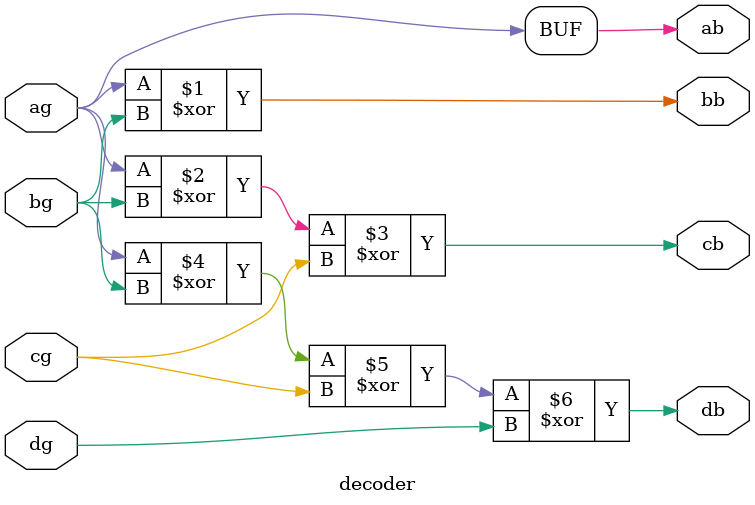
<source format=sv>
module decoder (
    // valores de entrada provenientes de un switch en codigo de gray
    input logic ag, bg, cg, dg, 
    // Valores de salida en codigo binario
    output logic ab, bb, cb, db);
    assign ab = ag;
    assign bb = (ag ^ bg);
    assign cb = ((ag ^ bg) ^ cg);
    assign db = (((ag ^ bg) ^ cg) ^ dg);
endmodule
</source>
